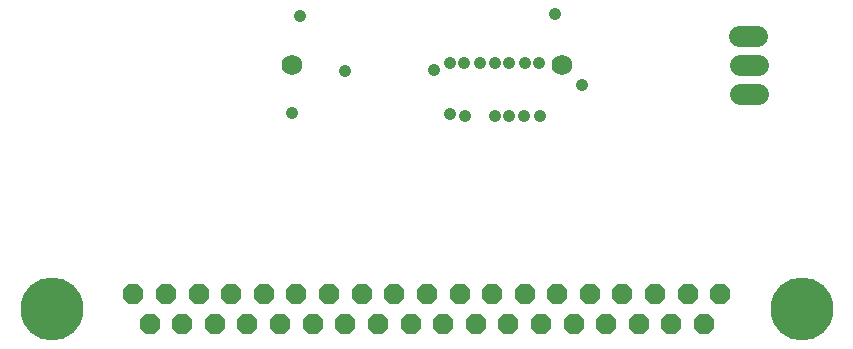
<source format=gbs>
G75*
%MOIN*%
%OFA0B0*%
%FSLAX25Y25*%
%IPPOS*%
%LPD*%
%AMOC8*
5,1,8,0,0,1.08239X$1,22.5*
%
%ADD10C,0.06921*%
%ADD11OC8,0.06984*%
%ADD12C,0.20984*%
%ADD13C,0.06921*%
%ADD14C,0.04165*%
D10*
X0102515Y0151540D03*
X0192515Y0151540D03*
D11*
X0055017Y0065300D03*
X0065917Y0065300D03*
X0076717Y0065300D03*
X0087617Y0065300D03*
X0098517Y0065300D03*
X0109417Y0065300D03*
X0120217Y0065300D03*
X0131117Y0065300D03*
X0142017Y0065300D03*
X0152817Y0065300D03*
X0163717Y0065300D03*
X0174617Y0065300D03*
X0185417Y0065300D03*
X0196317Y0065300D03*
X0207217Y0065300D03*
X0218017Y0065300D03*
X0228917Y0065300D03*
X0239817Y0065300D03*
X0245217Y0075300D03*
X0234317Y0075300D03*
X0223517Y0075300D03*
X0212617Y0075300D03*
X0201717Y0075300D03*
X0190917Y0075300D03*
X0180017Y0075300D03*
X0169117Y0075300D03*
X0158317Y0075300D03*
X0147417Y0075300D03*
X0136517Y0075300D03*
X0125717Y0075300D03*
X0114817Y0075300D03*
X0103917Y0075300D03*
X0093017Y0075300D03*
X0082217Y0075300D03*
X0071317Y0075300D03*
X0060417Y0075300D03*
X0049617Y0075300D03*
D12*
X0022417Y0070300D03*
X0272417Y0070300D03*
D13*
X0257728Y0142111D02*
X0251791Y0142111D01*
X0251791Y0151658D02*
X0257728Y0151658D01*
X0257334Y0161304D02*
X0251397Y0161304D01*
D14*
X0199050Y0145044D03*
X0184976Y0152426D03*
X0180054Y0152426D03*
X0174936Y0152426D03*
X0170015Y0152426D03*
X0165094Y0152524D03*
X0159976Y0152426D03*
X0155251Y0152524D03*
X0149936Y0149965D03*
X0155251Y0135202D03*
X0160172Y0134709D03*
X0170015Y0134611D03*
X0174936Y0134611D03*
X0179857Y0134709D03*
X0185074Y0134808D03*
X0190094Y0168568D03*
X0120015Y0149670D03*
X0102594Y0135694D03*
X0105054Y0168174D03*
M02*

</source>
